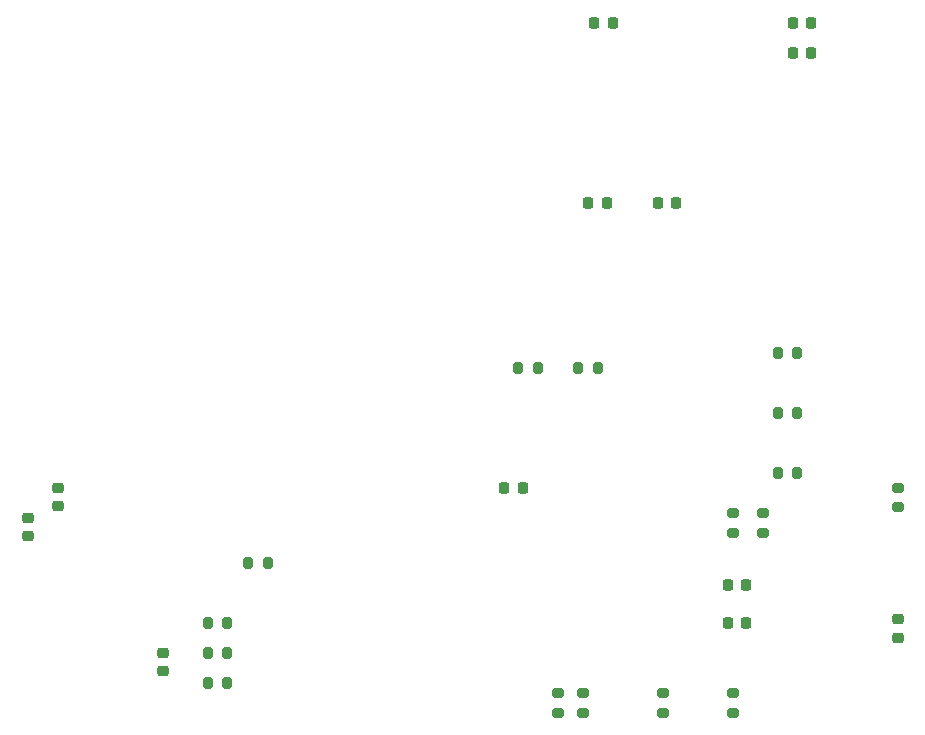
<source format=gbr>
%TF.GenerationSoftware,KiCad,Pcbnew,8.0.4*%
%TF.CreationDate,2024-08-11T19:16:42-04:00*%
%TF.ProjectId,foc_pcb,666f635f-7063-4622-9e6b-696361645f70,rev?*%
%TF.SameCoordinates,Original*%
%TF.FileFunction,Paste,Bot*%
%TF.FilePolarity,Positive*%
%FSLAX46Y46*%
G04 Gerber Fmt 4.6, Leading zero omitted, Abs format (unit mm)*
G04 Created by KiCad (PCBNEW 8.0.4) date 2024-08-11 19:16:42*
%MOMM*%
%LPD*%
G01*
G04 APERTURE LIST*
G04 Aperture macros list*
%AMRoundRect*
0 Rectangle with rounded corners*
0 $1 Rounding radius*
0 $2 $3 $4 $5 $6 $7 $8 $9 X,Y pos of 4 corners*
0 Add a 4 corners polygon primitive as box body*
4,1,4,$2,$3,$4,$5,$6,$7,$8,$9,$2,$3,0*
0 Add four circle primitives for the rounded corners*
1,1,$1+$1,$2,$3*
1,1,$1+$1,$4,$5*
1,1,$1+$1,$6,$7*
1,1,$1+$1,$8,$9*
0 Add four rect primitives between the rounded corners*
20,1,$1+$1,$2,$3,$4,$5,0*
20,1,$1+$1,$4,$5,$6,$7,0*
20,1,$1+$1,$6,$7,$8,$9,0*
20,1,$1+$1,$8,$9,$2,$3,0*%
G04 Aperture macros list end*
%ADD10RoundRect,0.200000X0.200000X0.275000X-0.200000X0.275000X-0.200000X-0.275000X0.200000X-0.275000X0*%
%ADD11RoundRect,0.200000X-0.200000X-0.275000X0.200000X-0.275000X0.200000X0.275000X-0.200000X0.275000X0*%
%ADD12RoundRect,0.200000X-0.275000X0.200000X-0.275000X-0.200000X0.275000X-0.200000X0.275000X0.200000X0*%
%ADD13RoundRect,0.225000X0.225000X0.250000X-0.225000X0.250000X-0.225000X-0.250000X0.225000X-0.250000X0*%
%ADD14RoundRect,0.225000X-0.225000X-0.250000X0.225000X-0.250000X0.225000X0.250000X-0.225000X0.250000X0*%
%ADD15RoundRect,0.225000X0.250000X-0.225000X0.250000X0.225000X-0.250000X0.225000X-0.250000X-0.225000X0*%
%ADD16RoundRect,0.225000X-0.250000X0.225000X-0.250000X-0.225000X0.250000X-0.225000X0.250000X0.225000X0*%
%ADD17RoundRect,0.200000X0.275000X-0.200000X0.275000X0.200000X-0.275000X0.200000X-0.275000X-0.200000X0*%
G04 APERTURE END LIST*
D10*
%TO.C,R13*%
X339090000Y-259080000D03*
X337440000Y-259080000D03*
%TD*%
D11*
%TO.C,R2*%
X306070000Y-283210000D03*
X307720000Y-283210000D03*
%TD*%
D12*
%TO.C,R5*%
X364490000Y-269240000D03*
X364490000Y-270890000D03*
%TD*%
D13*
%TO.C,C4*%
X332740000Y-269240000D03*
X331190000Y-269240000D03*
%TD*%
D10*
%TO.C,R12*%
X311150000Y-275590000D03*
X309500000Y-275590000D03*
%TD*%
D12*
%TO.C,R7*%
X350520000Y-271400000D03*
X350520000Y-273050000D03*
%TD*%
%TO.C,R18*%
X344615000Y-286640000D03*
X344615000Y-288290000D03*
%TD*%
D10*
%TO.C,R14*%
X334010000Y-259080000D03*
X332360000Y-259080000D03*
%TD*%
D14*
%TO.C,C7*%
X338810000Y-229870000D03*
X340360000Y-229870000D03*
%TD*%
D13*
%TO.C,C17*%
X345720000Y-245110000D03*
X344170000Y-245110000D03*
%TD*%
%TO.C,C8*%
X357150000Y-232410000D03*
X355600000Y-232410000D03*
%TD*%
D15*
%TO.C,C1*%
X302260000Y-284760000D03*
X302260000Y-283210000D03*
%TD*%
D16*
%TO.C,C3*%
X290830000Y-271780000D03*
X290830000Y-273330000D03*
%TD*%
D11*
%TO.C,R1*%
X306070000Y-280670000D03*
X307720000Y-280670000D03*
%TD*%
D12*
%TO.C,R17*%
X350520000Y-286640000D03*
X350520000Y-288290000D03*
%TD*%
D13*
%TO.C,C16*%
X339865000Y-245110000D03*
X338315000Y-245110000D03*
%TD*%
D10*
%TO.C,R10*%
X355980000Y-262890000D03*
X354330000Y-262890000D03*
%TD*%
D14*
%TO.C,C6*%
X355600000Y-229870000D03*
X357150000Y-229870000D03*
%TD*%
%TO.C,C12*%
X350110000Y-280670000D03*
X351660000Y-280670000D03*
%TD*%
D12*
%TO.C,R16*%
X337820000Y-286640000D03*
X337820000Y-288290000D03*
%TD*%
D13*
%TO.C,C10*%
X351660000Y-277495000D03*
X350110000Y-277495000D03*
%TD*%
D12*
%TO.C,R15*%
X335725000Y-286640000D03*
X335725000Y-288290000D03*
%TD*%
D16*
%TO.C,C2*%
X293370000Y-269240000D03*
X293370000Y-270790000D03*
%TD*%
D11*
%TO.C,R3*%
X306070000Y-285750000D03*
X307720000Y-285750000D03*
%TD*%
D10*
%TO.C,R4*%
X355980000Y-267970000D03*
X354330000Y-267970000D03*
%TD*%
D11*
%TO.C,R8*%
X354330000Y-257810000D03*
X355980000Y-257810000D03*
%TD*%
D16*
%TO.C,C9*%
X364490000Y-280390000D03*
X364490000Y-281940000D03*
%TD*%
D17*
%TO.C,R6*%
X353060000Y-273050000D03*
X353060000Y-271400000D03*
%TD*%
M02*

</source>
